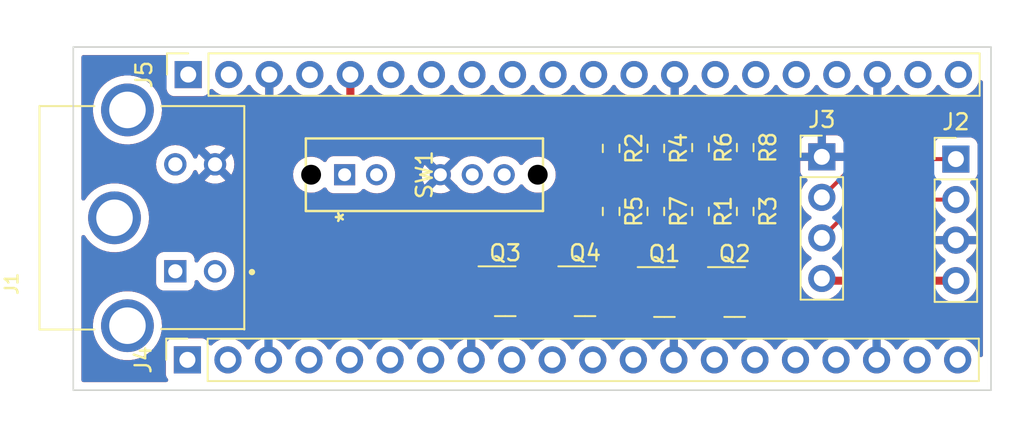
<source format=kicad_pcb>
(kicad_pcb (version 20211014) (generator pcbnew)
  (layers (0 "F.Cu" signal) (31 "B.Cu" signal) (34 "B.Paste" user) (35 "F.Paste" user) (36 "B.SilkS" user "B.Silkscreen") (37 "F.SilkS" user "F.Silkscreen") (38 "B.Mask" user) (39 "F.Mask" user) (44 "Edge.Cuts" user))
  (net 0 "")
  (net 1 "+5V")
  (net 2 "GND")
  (net 3 "/KEY_DAT")
  (net 4 "/KEY_CLK")
  (net 5 "+3V3")
  (net 6 "/Pico14")
  (net 7 "/MS_DAT")
  (net 8 "/Pico15")
  (net 9 "/MS_CLK")
  (net 10 "/Pico11")
  (net 11 "/Pico12")
  (net 24 "Net-(SW1-Pad1)")
  (net 25 "Net-(SW1-Pad2)")
  (net 26 "Net-(SW1-Pad4)")
  (net 27 "Net-(SW1-Pad5)")
  (footprint "Resistor_SMD:R_0603_1608Metric" (layer "F.Cu") (at 162.2 94.8 -90)
    (fp_text reference "R5" (at 0 -1.43 90) (layer "F.SilkS"))
    (fp_text value "4.7K")
    (fp_line (start -0.237258 0.5225) (end 0.237258 0.5225) (layer "F.SilkS") (width 0.12))
    (fp_line (start -0.237258 -0.5225) (end 0.237258 -0.5225) (layer "F.SilkS") (width 0.12))
    (pad "1" smd roundrect (at -0.825 0 270) (size 0.8 0.95) (layers "F.Cu" "F.Paste" "F.Mask") (net 5 "+3V3"))
    (pad "2" smd roundrect (at 0.825 0 270) (size 0.8 0.95) (layers "F.Cu" "F.Paste" "F.Mask") (net 10 "/Pico11"))
  )
  (footprint "Package_TO_SOT_SMD:SOT-23" (layer "F.Cu") (at 165.5375 99.85)
    (fp_text reference "Q1" (at 0 -2.4) (layer "F.SilkS"))
    (fp_text value "BSS138")
    (fp_line (start 0 -1.56) (end -1.675 -1.56) (layer "F.SilkS") (width 0.12))
    (fp_line (start 0 -1.56) (end 0.65 -1.56) (layer "F.SilkS") (width 0.12))
    (fp_line (start 0 1.56) (end 0.65 1.56) (layer "F.SilkS") (width 0.12))
    (fp_line (start 0 1.56) (end -0.65 1.56) (layer "F.SilkS") (width 0.12))
    (pad "1" smd roundrect (at -0.9375 -0.95) (size 1.475 0.6) (layers "F.Cu" "F.Paste" "F.Mask") (net 5 "+3V3"))
    (pad "2" smd roundrect (at -0.9375 0.95) (size 1.475 0.6) (layers "F.Cu" "F.Paste" "F.Mask") (net 6 "/Pico14"))
    (pad "3" smd roundrect (at 0.9375 0) (size 1.475 0.6) (layers "F.Cu" "F.Paste" "F.Mask") (net 7 "/MS_DAT"))
  )
  (footprint "Connector_PinSocket_2.54mm:PinSocket_1x20_P2.54mm_Vertical" (layer "F.Cu") (at 135.65 104.1 90)
    (fp_text reference "J4" (at 0 -2.77 90) (layer "F.SilkS"))
    (fp_text value "Conn_01x20")
    (fp_line (start 1.33 -1.33) (end 1.33 0) (layer "F.SilkS") (width 0.12))
    (fp_line (start -1.33 49.59) (end 1.33 49.59) (layer "F.SilkS") (width 0.12))
    (fp_line (start 0 -1.33) (end 1.33 -1.33) (layer "F.SilkS") (width 0.12))
    (fp_line (start -1.33 1.27) (end -1.33 49.59) (layer "F.SilkS") (width 0.12))
    (fp_line (start -1.33 1.27) (end 1.33 1.27) (layer "F.SilkS") (width 0.12))
    (fp_line (start 1.33 1.27) (end 1.33 49.59) (layer "F.SilkS") (width 0.12))
    (pad "1" thru_hole rect locked (at 0 0 90) (size 1.7 1.7) (drill 1) (layers *.Cu *.Mask))
    (pad "2" thru_hole oval locked (at 0 2.54 90) (size 1.7 1.7) (drill 1) (layers *.Cu *.Mask))
    (pad "3" thru_hole oval locked (at 0 5.08 90) (size 1.7 1.7) (drill 1) (layers *.Cu *.Mask) (net 2 "GND"))
    (pad "4" thru_hole oval locked (at 0 7.62 90) (size 1.7 1.7) (drill 1) (layers *.Cu *.Mask))
    (pad "5" thru_hole oval locked (at 0 10.16 90) (size 1.7 1.7) (drill 1) (layers *.Cu *.Mask))
    (pad "6" thru_hole oval locked (at 0 12.7 90) (size 1.7 1.7) (drill 1) (layers *.Cu *.Mask))
    (pad "7" thru_hole oval locked (at 0 15.24 90) (size 1.7 1.7) (drill 1) (layers *.Cu *.Mask))
    (pad "8" thru_hole oval locked (at 0 17.78 90) (size 1.7 1.7) (drill 1) (layers *.Cu *.Mask) (net 2 "GND"))
    (pad "9" thru_hole oval locked (at 0 20.32 90) (size 1.7 1.7) (drill 1) (layers *.Cu *.Mask))
    (pad "10" thru_hole oval locked (at 0 22.86 90) (size 1.7 1.7) (drill 1) (layers *.Cu *.Mask))
    (pad "11" thru_hole oval locked (at 0 25.4 90) (size 1.7 1.7) (drill 1) (layers *.Cu *.Mask))
    (pad "12" thru_hole oval locked (at 0 27.94 90) (size 1.7 1.7) (drill 1) (layers *.Cu *.Mask))
    (pad "13" thru_hole oval locked (at 0 30.48 90) (size 1.7 1.7) (drill 1) (layers *.Cu *.Mask) (net 2 "GND"))
    (pad "14" thru_hole oval locked (at 0 33.02 90) (size 1.7 1.7) (drill 1) (layers *.Cu *.Mask))
    (pad "15" thru_hole oval locked (at 0 35.56 90) (size 1.7 1.7) (drill 1) (layers *.Cu *.Mask) (net 10 "/Pico11"))
    (pad "16" thru_hole oval locked (at 0 38.1 90) (size 1.7 1.7) (drill 1) (layers *.Cu *.Mask) (net 11 "/Pico12"))
    (pad "17" thru_hole oval locked (at 0 40.64 90) (size 1.7 1.7) (drill 1) (layers *.Cu *.Mask))
    (pad "18" thru_hole oval locked (at 0 43.18 90) (size 1.7 1.7) (drill 1) (layers *.Cu *.Mask) (net 2 "GND"))
    (pad "19" thru_hole oval locked (at 0 45.72 90) (size 1.7 1.7) (drill 1) (layers *.Cu *.Mask) (net 6 "/Pico14"))
    (pad "20" thru_hole oval locked (at 0 48.26 90) (size 1.7 1.7) (drill 1) (layers *.Cu *.Mask) (net 8 "/Pico15"))
  )
  (footprint "Package_TO_SOT_SMD:SOT-23" (layer "F.Cu") (at 169.9375 99.85)
    (fp_text reference "Q2" (at 0 -2.4) (layer "F.SilkS"))
    (fp_text value "BSS138")
    (fp_line (start 0 1.56) (end 0.65 1.56) (layer "F.SilkS") (width 0.12))
    (fp_line (start 0 1.56) (end -0.65 1.56) (layer "F.SilkS") (width 0.12))
    (fp_line (start 0 -1.56) (end 0.65 -1.56) (layer "F.SilkS") (width 0.12))
    (fp_line (start 0 -1.56) (end -1.675 -1.56) (layer "F.SilkS") (width 0.12))
    (pad "1" smd roundrect (at -0.9375 -0.95) (size 1.475 0.6) (layers "F.Cu" "F.Paste" "F.Mask") (net 5 "+3V3"))
    (pad "2" smd roundrect (at -0.9375 0.95) (size 1.475 0.6) (layers "F.Cu" "F.Paste" "F.Mask") (net 8 "/Pico15"))
    (pad "3" smd roundrect (at 0.9375 0) (size 1.475 0.6) (layers "F.Cu" "F.Paste" "F.Mask") (net 9 "/MS_CLK"))
  )
  (footprint "Connector_PinSocket_2.54mm:PinSocket_1x20_P2.54mm_Vertical" (layer "F.Cu") (at 135.7 86.225 90)
    (fp_text reference "J5" (at 0 -2.77 90) (layer "F.SilkS"))
    (fp_text value "Conn_01x20")
    (fp_line (start 1.33 1.27) (end 1.33 49.59) (layer "F.SilkS") (width 0.12))
    (fp_line (start 1.33 -1.33) (end 1.33 0) (layer "F.SilkS") (width 0.12))
    (fp_line (start -1.33 1.27) (end -1.33 49.59) (layer "F.SilkS") (width 0.12))
    (fp_line (start -1.33 1.27) (end 1.33 1.27) (layer "F.SilkS") (width 0.12))
    (fp_line (start -1.33 49.59) (end 1.33 49.59) (layer "F.SilkS") (width 0.12))
    (fp_line (start 0 -1.33) (end 1.33 -1.33) (layer "F.SilkS") (width 0.12))
    (pad "21" thru_hole oval locked (at 0 48.26 90) (size 1.7 1.7) (drill 1) (layers *.Cu *.Mask) (net 27 "Net-(SW1-Pad5)"))
    (pad "22" thru_hole oval locked (at 0 45.72 90) (size 1.7 1.7) (drill 1) (layers *.Cu *.Mask) (net 26 "Net-(SW1-Pad4)"))
    (pad "23" thru_hole oval locked (at 0 43.18 90) (size 1.7 1.7) (drill 1) (layers *.Cu *.Mask) (net 2 "GND"))
    (pad "24" thru_hole oval locked (at 0 40.64 90) (size 1.7 1.7) (drill 1) (layers *.Cu *.Mask) (net 25 "Net-(SW1-Pad2)"))
    (pad "25" thru_hole oval locked (at 0 38.1 90) (size 1.7 1.7) (drill 1) (layers *.Cu *.Mask) (net 24 "Net-(SW1-Pad1)"))
    (pad "26" thru_hole oval locked (at 0 35.56 90) (size 1.7 1.7) (drill 1) (layers *.Cu *.Mask))
    (pad "27" thru_hole oval locked (at 0 33.02 90) (size 1.7 1.7) (drill 1) (layers *.Cu *.Mask))
    (pad "28" thru_hole oval locked (at 0 30.48 90) (size 1.7 1.7) (drill 1) (layers *.Cu *.Mask) (net 2 "GND"))
    (pad "29" thru_hole oval locked (at 0 27.94 90) (size 1.7 1.7) (drill 1) (layers *.Cu *.Mask))
    (pad "30" thru_hole oval locked (at 0 25.4 90) (size 1.7 1.7) (drill 1) (layers *.Cu *.Mask))
    (pad "31" thru_hole oval locked (at 0 22.86 90) (size 1.7 1.7) (drill 1) (layers *.Cu *.Mask))
    (pad "32" thru_hole oval locked (at 0 20.32 90) (size 1.7 1.7) (drill 1) (layers *.Cu *.Mask))
    (pad "33" thru_hole oval locked (at 0 17.78 90) (size 1.7 1.7) (drill 1) (layers *.Cu *.Mask))
    (pad "34" thru_hole oval locked (at 0 15.24 90) (size 1.7 1.7) (drill 1) (layers *.Cu *.Mask))
    (pad "35" thru_hole oval locked (at 0 12.7 90) (size 1.7 1.7) (drill 1) (layers *.Cu *.Mask))
    (pad "36" thru_hole oval locked (at 0 10.16 90) (size 1.7 1.7) (drill 1) (layers *.Cu *.Mask) (net 5 "+3V3"))
    (pad "37" thru_hole oval locked (at 0 7.62 90) (size 1.7 1.7) (drill 1) (layers *.Cu *.Mask))
    (pad "38" thru_hole oval locked (at 0 5.08 90) (size 1.7 1.7) (drill 1) (layers *.Cu *.Mask) (net 2 "GND"))
    (pad "39" thru_hole oval locked (at 0 2.54 90) (size 1.7 1.7) (drill 1) (layers *.Cu *.Mask))
    (pad "40" thru_hole rect locked (at 0 0 90) (size 1.7 1.7) (drill 1) (layers *.Cu *.Mask) (net 1 "+5V"))
  )
  (footprint "Connector_PinHeader_2.54mm:PinHeader_1x04_P2.54mm_Vertical" (layer "F.Cu") (at 183.8 91.52)
    (fp_text reference "J2" (at 0 -2.33) (layer "F.SilkS"))
    (fp_text value "AT/XT/PS2")
    (fp_line (start -1.33 8.95) (end 1.33 8.95) (layer "F.SilkS") (width 0.12))
    (fp_line (start -1.33 -1.33) (end 0 -1.33) (layer "F.SilkS") (width 0.12))
    (fp_line (start -1.33 0) (end -1.33 -1.33) (layer "F.SilkS") (width 0.12))
    (fp_line (start 1.33 1.27) (end 1.33 8.95) (layer "F.SilkS") (width 0.12))
    (fp_line (start -1.33 1.27) (end -1.33 8.95) (layer "F.SilkS") (width 0.12))
    (fp_line (start -1.33 1.27) (end 1.33 1.27) (layer "F.SilkS") (width 0.12))
    (pad "1" thru_hole rect (at 0 0) (size 1.7 1.7) (drill 1) (layers *.Cu *.Mask) (net 4 "/KEY_CLK"))
    (pad "2" thru_hole oval (at 0 2.54) (size 1.7 1.7) (drill 1) (layers *.Cu *.Mask) (net 3 "/KEY_DAT"))
    (pad "3" thru_hole oval (at 0 5.08) (size 1.7 1.7) (drill 1) (layers *.Cu *.Mask) (net 2 "GND"))
    (pad "4" thru_hole oval (at 0 7.62) (size 1.7 1.7) (drill 1) (layers *.Cu *.Mask) (net 1 "+5V"))
  )
  (footprint "Resistor_SMD:R_0603_1608Metric" (layer "F.Cu") (at 165 94.8 -90)
    (fp_text reference "R7" (at 0 -1.43 90) (layer "F.SilkS"))
    (fp_text value "4.7K")
    (fp_line (start -0.237258 0.5225) (end 0.237258 0.5225) (layer "F.SilkS") (width 0.12))
    (fp_line (start -0.237258 -0.5225) (end 0.237258 -0.5225) (layer "F.SilkS") (width 0.12))
    (pad "1" smd roundrect (at -0.825 0 270) (size 0.8 0.95) (layers "F.Cu" "F.Paste" "F.Mask") (net 5 "+3V3"))
    (pad "2" smd roundrect (at 0.825 0 270) (size 0.8 0.95) (layers "F.Cu" "F.Paste" "F.Mask") (net 11 "/Pico12"))
  )
  (footprint "Resistor_SMD:R_0603_1608Metric" (layer "F.Cu") (at 170.6 90.8 -90)
    (fp_text reference "R8" (at 0 -1.43 90) (layer "F.SilkS"))
    (fp_text value "4.7K")
    (fp_line (start -0.237258 -0.5225) (end 0.237258 -0.5225) (layer "F.SilkS") (width 0.12))
    (fp_line (start -0.237258 0.5225) (end 0.237258 0.5225) (layer "F.SilkS") (width 0.12))
    (pad "1" smd roundrect (at -0.825 0 270) (size 0.8 0.95) (layers "F.Cu" "F.Paste" "F.Mask") (net 1 "+5V"))
    (pad "2" smd roundrect (at 0.825 0 270) (size 0.8 0.95) (layers "F.Cu" "F.Paste" "F.Mask") (net 4 "/KEY_CLK"))
  )
  (footprint "Resistor_SMD:R_0603_1608Metric" (layer "F.Cu") (at 167.8 90.8 -90)
    (fp_text reference "R6" (at 0 -1.43 90) (layer "F.SilkS"))
    (fp_text value "4.7K")
    (fp_line (start -0.237258 -0.5225) (end 0.237258 -0.5225) (layer "F.SilkS") (width 0.12))
    (fp_line (start -0.237258 0.5225) (end 0.237258 0.5225) (layer "F.SilkS") (width 0.12))
    (pad "1" smd roundrect (at -0.825 0 270) (size 0.8 0.95) (layers "F.Cu" "F.Paste" "F.Mask") (net 1 "+5V"))
    (pad "2" smd roundrect (at 0.825 0 270) (size 0.8 0.95) (layers "F.Cu" "F.Paste" "F.Mask") (net 3 "/KEY_DAT"))
  )
  (footprint "Resistor_SMD:R_0603_1608Metric" (layer "F.Cu") (at 167.8 94.8 -90)
    (fp_text reference "R1" (at 0 -1.43 90) (layer "F.SilkS"))
    (fp_text value "4.7K")
    (fp_line (start -0.237258 -0.5225) (end 0.237258 -0.5225) (layer "F.SilkS") (width 0.12))
    (fp_line (start -0.237258 0.5225) (end 0.237258 0.5225) (layer "F.SilkS") (width 0.12))
    (pad "1" smd roundrect (at -0.825 0 270) (size 0.8 0.95) (layers "F.Cu" "F.Paste" "F.Mask") (net 5 "+3V3"))
    (pad "2" smd roundrect (at 0.825 0 270) (size 0.8 0.95) (layers "F.Cu" "F.Paste" "F.Mask") (net 6 "/Pico14"))
  )
  (footprint "Package_TO_SOT_SMD:SOT-23" (layer "F.Cu") (at 155.5625 99.8)
    (fp_text reference "Q3" (at 0 -2.4) (layer "F.SilkS"))
    (fp_text value "BSS138")
    (fp_line (start 0 -1.56) (end 0.65 -1.56) (layer "F.SilkS") (width 0.12))
    (fp_line (start 0 1.56) (end -0.65 1.56) (layer "F.SilkS") (width 0.12))
    (fp_line (start 0 -1.56) (end -1.675 -1.56) (layer "F.SilkS") (width 0.12))
    (fp_line (start 0 1.56) (end 0.65 1.56) (layer "F.SilkS") (width 0.12))
    (pad "1" smd roundrect (at -0.9375 -0.95) (size 1.475 0.6) (layers "F.Cu" "F.Paste" "F.Mask") (net 5 "+3V3"))
    (pad "2" smd roundrect (at -0.9375 0.95) (size 1.475 0.6) (layers "F.Cu" "F.Paste" "F.Mask") (net 10 "/Pico11"))
    (pad "3" smd roundrect (at 0.9375 0) (size 1.475 0.6) (layers "F.Cu" "F.Paste" "F.Mask") (net 3 "/KEY_DAT"))
  )
  (footprint "footprints:TE_5749181-1" (layer "F.Cu") (at 134.8925 95.2 90)
    (fp_text reference "J1" (at -4.132295 -10.253715 90) (layer "F.SilkS") (effects (font (size 0.800449 0.800449))))
    (fp_text value "ADB")
    (fp_line (start 7 4.32) (end -6.97 4.32) (layer "F.SilkS") (width 0.127))
    (fp_line (start 7 -0.89) (end 7 4.32) (layer "F.SilkS") (width 0.127))
    (fp_line (start -6.97 -0.89) (end -6.97 4.32) (layer "F.SilkS") (width 0.127))
    (fp_line (start -7 -5.07) (end -7 -8.51) (layer "F.SilkS") (width 0.127))
    (fp_line (start 7 -5.07) (end 7 -8.51) (layer "F.SilkS") (width 0.127))
    (fp_line (start -6.97 4.32) (end -7 4.32) (layer "F.SilkS") (width 0.127))
    (fp_line (start -7 -8.51) (end 7 -8.51) (layer "F.SilkS") (width 0.127))
    (fp_circle (center -3.4 4.8) (end -3.3 4.8) (layer "F.SilkS") (width 0.2) (fill none))
    (pad "1" thru_hole rect locked (at -3.35 0 90) (size 1.398 1.398) (drill 0.89) (layers *.Cu *.Mask) (net 3 "/KEY_DAT"))
    (pad "2" thru_hole circle locked (at 3.35 0 90) (size 1.398 1.398) (drill 0.89) (layers *.Cu *.Mask) (net 4 "/KEY_CLK"))
    (pad "3" thru_hole circle locked (at -3.35 2.49 90) (size 1.398 1.398) (drill 0.89) (layers *.Cu *.Mask) (net 1 "+5V"))
    (pad "4" thru_hole circle locked (at 3.35 2.49 90) (size 1.398 1.398) (drill 0.89) (layers *.Cu *.Mask) (net 2 "GND"))
    (pad "5" thru_hole circle locked (at 0 -3.81 90) (size 3.306 3.306) (drill 2.29) (layers *.Cu *.Mask))
    (pad "6" thru_hole circle locked (at 6.76 -3 90) (size 3.306 3.306) (drill 2.29) (layers *.Cu *.Mask))
    (pad "7" thru_hole circle locked (at -6.76 -3 90) (size 3.306 3.306) (drill 2.29) (layers *.Cu *.Mask))
  )
  (footprint "footprints:SS-14D0839_CNK" (layer "F.Cu") (at 145.500001 92.5 90)
    (fp_text reference "SW1" (at 0 5 90 unlocked) (layer "F.SilkS"))
    (fp_text value "SS14D0839VG5PA")
    (fp_text user "*" (at -2.6543 0 90 unlocked) (layer "F.SilkS"))
    (fp_text user "*" (at -2.6543 0 90) (layer "F.SilkS"))
    (fp_line (start 2.2733 -2.4295) (end -2.2733 -2.4295) (layer "F.SilkS") (width 0.1524))
    (fp_line (start 2.2733 12.4295) (end 2.2733 -2.4295) (layer "F.SilkS") (width 0.1524))
    (fp_line (start -2.2733 12.4295) (end 2.2733 12.4295) (layer "F.SilkS") (width 0.1524))
    (fp_line (start -2.2733 -2.4295) (end -2.2733 12.4295) (layer "F.SilkS") (width 0.1524))
    (pad "" np_thru_hole circle (at 0 -2.1 90) (size 1.2446 1.2446) (drill 1.2446) (layers))
    (pad "" np_thru_hole circle (at 0 12.1 90) (size 1.2446 1.2446) (drill 1.2446) (layers))
    (pad "1" thru_hole rect (at 0 0 90) (size 1.3208 1.3208) (drill 0.8128) (layers *.Cu *.Mask) (net 24 "Net-(SW1-Pad1)"))
    (pad "2" thru_hole circle (at 0 2.000001 90) (size 1.3208 1.3208) (drill 0.8128) (layers *.Cu *.Mask) (net 25 "Net-(SW1-Pad2)"))
    (pad "3" thru_hole circle (at 0 6.000001 90) (size 1.3208 1.3208) (drill 0.8128) (layers *.Cu *.Mask) (net 2 "GND"))
    (pad "4" thru_hole circle (at 0 7.999999 90) (size 1.3208 1.3208) (drill 0.8128) (layers *.Cu *.Mask) (net 26 "Net-(SW1-Pad4)"))
    (pad "5" thru_hole circle (at 0 10 90) (size 1.3208 1.3208) (drill 0.8128) (layers *.Cu *.Mask) (net 27 "Net-(SW1-Pad5)"))
  )
  (footprint "Connector_PinHeader_2.54mm:PinHeader_1x04_P2.54mm_Vertical" (layer "F.Cu") (at 175.4 91.38)
    (fp_text reference "J3" (at 0 -2.33) (layer "F.SilkS"))
    (fp_text value "MAC")
    (fp_line (start -1.33 -1.33) (end 0 -1.33) (layer "F.SilkS") (width 0.12))
    (fp_line (start 1.33 1.27) (end 1.33 8.95) (layer "F.SilkS") (width 0.12))
    (fp_line (start -1.33 1.27) (end 1.33 1.27) (layer "F.SilkS") (width 0.12))
    (fp_line (start -1.33 0) (end -1.33 -1.33) (layer "F.SilkS") (width 0.12))
    (fp_line (start -1.33 1.27) (end -1.33 8.95) (layer "F.SilkS") (width 0.12))
    (fp_line (start -1.33 8.95) (end 1.33 8.95) (layer "F.SilkS") (width 0.12))
    (pad "1" thru_hole rect (at 0 0) (size 1.7 1.7) (drill 1) (layers *.Cu *.Mask) (net 2 "GND"))
    (pad "2" thru_hole oval (at 0 2.54) (size 1.7 1.7) (drill 1) (layers *.Cu *.Mask) (net 4 "/KEY_CLK"))
    (pad "3" thru_hole oval (at 0 5.08) (size 1.7 1.7) (drill 1) (layers *.Cu *.Mask) (net 3 "/KEY_DAT"))
    (pad "4" thru_hole oval (at 0 7.62) (size 1.7 1.7) (drill 1) (layers *.Cu *.Mask) (net 1 "+5V"))
  )
  (footprint "Resistor_SMD:R_0603_1608Metric" (layer "F.Cu") (at 162.2 90.85 -90)
    (fp_text reference "R2" (at 0 -1.43 90) (layer "F.SilkS"))
    (fp_text value "4.7K")
    (fp_line (start -0.237258 0.5225) (end 0.237258 0.5225) (layer "F.SilkS") (width 0.12))
    (fp_line (start -0.237258 -0.5225) (end 0.237258 -0.5225) (layer "F.SilkS") (width 0.12))
    (pad "1" smd roundrect (at -0.825 0 270) (size 0.8 0.95) (layers "F.Cu" "F.Paste" "F.Mask") (net 1 "+5V"))
    (pad "2" smd roundrect (at 0.825 0 270) (size 0.8 0.95) (layers "F.Cu" "F.Paste" "F.Mask") (net 7 "/MS_DAT"))
  )
  (footprint "Package_TO_SOT_SMD:SOT-23" (layer "F.Cu") (at 160.5625 99.8)
    (fp_text reference "Q4" (at 0 -2.4) (layer "F.SilkS"))
    (fp_text value "BSS138")
    (fp_line (start 0 -1.56) (end 0.65 -1.56) (layer "F.SilkS") (width 0.12))
    (fp_line (start 0 1.56) (end 0.65 1.56) (layer "F.SilkS") (width 0.12))
    (fp_line (start 0 -1.56) (end -1.675 -1.56) (layer "F.SilkS") (width 0.12))
    (fp_line (start 0 1.56) (end -0.65 1.56) (layer "F.SilkS") (width 0.12))
    (pad "1" smd roundrect (at -0.9375 -0.95) (size 1.475 0.6) (layers "F.Cu" "F.Paste" "F.Mask") (net 5 "+3V3"))
    (pad "2" smd roundrect (at -0.9375 0.95) (size 1.475 0.6) (layers "F.Cu" "F.Paste" "F.Mask") (net 11 "/Pico12"))
    (pad "3" smd roundrect (at 0.9375 0) (size 1.475 0.6) (layers "F.Cu" "F.Paste" "F.Mask") (net 4 "/KEY_CLK"))
  )
  (footprint "Resistor_SMD:R_0603_1608Metric" (layer "F.Cu") (at 170.6 94.8 -90)
    (fp_text reference "R3" (at 0 -1.43 90) (layer "F.SilkS"))
    (fp_text value "4.7K")
    (fp_line (start -0.237258 -0.5225) (end 0.237258 -0.5225) (layer "F.SilkS") (width 0.12))
    (fp_line (start -0.237258 0.5225) (end 0.237258 0.5225) (layer "F.SilkS") (width 0.12))
    (pad "1" smd roundrect (at -0.825 0 270) (size 0.8 0.95) (layers "F.Cu" "F.Paste" "F.Mask") (net 5 "+3V3"))
    (pad "2" smd roundrect (at 0.825 0 270) (size 0.8 0.95) (layers "F.Cu" "F.Paste" "F.Mask") (net 8 "/Pico15"))
  )
  (footprint "Resistor_SMD:R_0603_1608Metric" (layer "F.Cu") (at 165 90.85 -90)
    (fp_text reference "R4" (at 0 -1.43 90) (layer "F.SilkS"))
    (fp_text value "4.7K")
    (fp_line (start -0.237258 -0.5225) (end 0.237258 -0.5225) (layer "F.SilkS") (width 0.12))
    (fp_line (start -0.237258 0.5225) (end 0.237258 0.5225) (layer "F.SilkS") (width 0.12))
    (pad "1" smd roundrect (at -0.825 0 270) (size 0.8 0.95) (layers "F.Cu" "F.Paste" "F.Mask") (net 1 "+5V"))
    (pad "2" smd roundrect (at 0.825 0 270) (size 0.8 0.95) (layers "F.Cu" "F.Paste" "F.Mask") (net 9 "/MS_CLK"))
  )
  (gr_line (start 186 84.5) (end 186 106) (layer "Edge.Cuts") (width 0.1))
  (gr_line (start 186 106) (end 128.5 106) (layer "Edge.Cuts") (width 0.1))
  (gr_line (start 128.5 106) (end 128.5 84.5) (layer "Edge.Cuts") (width 0.1))
  (gr_line (start 128.5 84.5) (end 186 84.5) (layer "Edge.Cuts") (width 0.1))
  (segment (start 183.8 99.14) (end 175.54 99.14) (width 0.5) (layer "F.Cu") (net 1))
  (segment (start 175.54 99.14) (end 175.4 99) (width 0.5) (layer "F.Cu") (net 1))
  (segment (start 183.8 94.06) (end 177.8 94.06) (width 0.25) (layer "F.Cu") (net 3))
  (segment (start 177.8 94.06) (end 175.4 96.46) (width 0.25) (layer "F.Cu") (net 3))
  (segment (start 177.8 91.52) (end 175.4 93.92) (width 0.25) (layer "F.Cu") (net 4))
  (segment (start 183.8 91.52) (end 177.8 91.52) (width 0.25) (layer "F.Cu") (net 4))
  (zone (net 2) (net_name "GND") (layers F&B.Cu) (connect_pads (clearance 0.508)) (min_thickness 0.254) (fill yes (thermal_gap 0.508) (thermal_bridge_width 0.508))
    (polygon (pts (xy 186 106) (xy 128.5 106) (xy 128.5 84.5) (xy 186 84.5)))
  )
  (zone (net 5) (net_name "+3V3") (layer "F.Cu") (connect_pads (clearance 0.508)) (min_thickness 0.254) (fill yes (thermal_gap 0.508) (thermal_bridge_width 0.508))
    (polygon (pts (xy 186 106) (xy 128.5 106) (xy 128.5 84.5) (xy 186 84.5)))
  )
)
</source>
